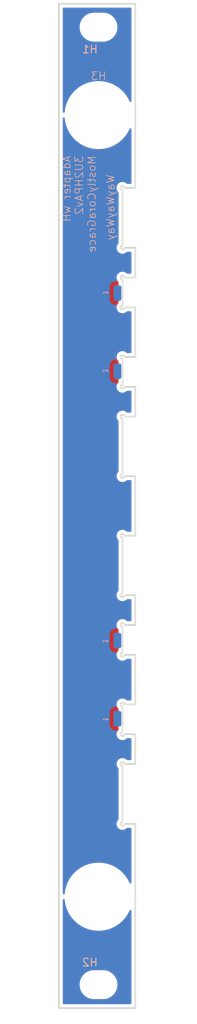
<source format=kicad_pcb>
(kicad_pcb (version 20241229) (generator "pcbnew") (generator_version "9.0")
  (layers (0 "F.Cu" signal) (2 "B.Cu" signal) (13 "F.Paste" user) (15 "B.Paste" user) (5 "F.SilkS" user "F.Silkscreen") (7 "B.SilkS" user "B.Silkscreen") (1 "F.Mask" user) (3 "B.Mask" user) (25 "Edge.Cuts" user))
  (net 0 "")
  (footprint "EXC:Handle_3UM4P100_B" (layer "F.Cu") (at 5.08 16.675)
    (property "Reference" "H3" (at 0 -5 0) (layer "B.SilkS") (effects (font (thickness 0.1)) (justify mirror)))
    (property "Value" "Handle_3UM4P100_PanelMount_B")
    (pad "" np_thru_hole circle (at 0 0) (size 8.2 8.2) (drill 8.2) (layers "*.Cu" "*.Mask"))
    (pad "" np_thru_hole circle (at 0 100) (size 8.2 8.2) (drill 8.2) (layers "*.Cu" "*.Mask"))
  )
  (footprint "EXC:MountingHole_3.2mm_M3" (layer "F.Cu") (at 5.08 127.925)
    (property "Reference" "H2" (at 0 -2.84 0) (layer "B.SilkS") (effects (justify left mirror)))
    (property "Value" "Eurorack_M3_MountingHole")
    (pad "" np_thru_hole oval (at 0 0) (size 4.34 3.2) (drill oval 4.34 3.2) (layers "*.Cu" "*.Mask"))
  )
  (footprint "EXC:MountingHole_3.2mm_M3" (layer "F.Cu") (at 5.08 5.425)
    (property "Reference" "H1" (at 0 2.84 0) (layer "B.SilkS") (effects (justify left mirror)))
    (property "Value" "Eurorack_M3_MountingHole")
    (pad "" np_thru_hole oval (at 0 0) (size 4.34 3.2) (drill oval 4.34 3.2) (layers "*.Cu" "*.Mask"))
  )
  (footprint "EXC:SolderWirePad_1x01_SMD_1x2mm" (layer "B.Cu") (at 7.5 93.9 180)
    (property "Reference" "MP4" (at 1.5 -0.1 0) (layer "B.SilkS") (effects (font (size 0.25 0.25) (thickness 0.05) (bold yes)) (justify mirror)))
    (property "Value" "Mechanical_Pad_Solder_Linkage")
    (pad "1" smd roundrect (at 0 0 180) (size 1 2) (layers "B.Cu" "B.Mask" "B.Paste"))
  )
  (footprint "EXC:SolderWirePad_1x01_SMD_1x2mm" (layer "B.Cu") (at 7.5 49.45 180)
    (property "Reference" "MP2" (at 1.5 0.05 0) (layer "B.SilkS") (effects (font (size 0.25 0.25) (thickness 0.05) (bold yes)) (justify mirror)))
    (property "Value" "Mechanical_Pad_Solder_Linkage")
    (pad "1" smd roundrect (at 0 0 180) (size 1 2) (layers "B.Cu" "B.Mask" "B.Paste"))
  )
  (footprint "EXC:SolderWirePad_1x01_SMD_1x2mm" (layer "B.Cu") (at 7.5 83.9 180)
    (property "Reference" "MP3" (at 1.5 -0.1 0) (layer "B.SilkS") (effects (font (size 0.25 0.25) (thickness 0.05) (bold yes)) (justify mirror)))
    (property "Value" "Mechanical_Pad_Solder_Linkage")
    (pad "1" smd roundrect (at 0 0 180) (size 1 2) (layers "B.Cu" "B.Mask" "B.Paste"))
  )
  (footprint "EXC:SolderWirePad_1x01_SMD_1x2mm" (layer "B.Cu") (at 7.5 39.45 180)
    (property "Reference" "MP1" (at 1.5 0.05 0) (layer "B.SilkS") (effects (font (size 0.25 0.25) (thickness 0.05) (bold yes)) (justify mirror)))
    (property "Value" "Mechanical_Pad_Solder_Linkage")
    (pad "1" smd roundrect (at 0 0 180) (size 1 2) (layers "B.Cu" "B.Mask" "B.Paste"))
  )
  (gr_line (start 8.15 37.715) (end 8.15 41.025) (stroke (width 0.2)) (layer "Edge.Cuts"))
  (gr_arc (start 8.15 37.715) (mid 7.973223 37.288223) (end 8.4 37.465) (stroke (width 0.2)) (layer "Edge.Cuts"))
  (gr_line (start 9.8 33.655) (end 9.8 37.465) (stroke (width 0.2)) (layer "Edge.Cuts"))
  (gr_arc (start 8.4 107.365) (mid 7.973223 107.541777) (end 8.15 107.115) (stroke (width 0.2)) (layer "Edge.Cuts"))
  (gr_line (start 9.8 41.275) (end 9.8 47.625) (stroke (width 0.2)) (layer "Edge.Cuts"))
  (gr_line (start 9.8 85.725) (end 9.8 92.075) (stroke (width 0.2)) (layer "Edge.Cuts"))
  (gr_line (start 8.15 26.235) (end 8.15 33.405) (stroke (width 0.2)) (layer "Edge.Cuts"))
  (gr_line (start 9.8 95.8851) (end 9.8 99.6951) (stroke (width 0.2)) (layer "Edge.Cuts"))
  (gr_line (start 8.4 81.915) (end 9.8 81.915) (stroke (width 0.2)) (layer "Edge.Cuts"))
  (gr_arc (start 8.4 51.435) (mid 7.973223 51.611777) (end 8.15 51.185) (stroke (width 0.2)) (layer "Edge.Cuts"))
  (gr_line (start 8.15 92.325) (end 8.15 95.6351) (stroke (width 0.2)) (layer "Edge.Cuts"))
  (gr_line (start 8.4 99.6951) (end 9.8 99.6951) (stroke (width 0.2)) (layer "Edge.Cuts"))
  (gr_line (start 8.4 70.485) (end 9.8 70.485) (stroke (width 0.2)) (layer "Edge.Cuts"))
  (gr_line (start 8.15 99.9451) (end 8.15 107.115) (stroke (width 0.2)) (layer "Edge.Cuts"))
  (gr_line (start 8.4 62.865) (end 9.8 62.865) (stroke (width 0.2)) (layer "Edge.Cuts"))
  (gr_arc (start 8.15 26.235) (mid 7.973223 25.808223) (end 8.4 25.985) (stroke (width 0.2)) (layer "Edge.Cuts"))
  (gr_arc (start 8.15 55.495) (mid 7.973223 55.068223) (end 8.4 55.245) (stroke (width 0.2)) (layer "Edge.Cuts"))
  (gr_line (start 9.8 62.865) (end 9.8 70.485) (stroke (width 0.2)) (layer "Edge.Cuts"))
  (gr_line (start 8.4 37.465) (end 9.8 37.465) (stroke (width 0.2)) (layer "Edge.Cuts"))
  (gr_line (start 8.15 82.165) (end 8.15 85.475) (stroke (width 0.2)) (layer "Edge.Cuts"))
  (gr_line (start 9.8 78.105) (end 9.8 81.915) (stroke (width 0.2)) (layer "Edge.Cuts"))
  (gr_arc (start 8.15 99.9451) (mid 7.973223 99.518323) (end 8.4 99.6951) (stroke (width 0.2)) (layer "Edge.Cuts"))
  (gr_line (start 8.4 33.655) (end 9.8 33.655) (stroke (width 0.2)) (layer "Edge.Cuts"))
  (gr_line (start 8.4 92.075) (end 9.8 92.075) (stroke (width 0.2)) (layer "Edge.Cuts"))
  (gr_arc (start 8.4 78.105) (mid 7.973223 78.281777) (end 8.15 77.855) (stroke (width 0.2)) (layer "Edge.Cuts"))
  (gr_arc (start 8.4 41.275) (mid 7.973223 41.451777) (end 8.15 41.025) (stroke (width 0.2)) (layer "Edge.Cuts"))
  (gr_line (start 8.4 51.435) (end 9.8 51.435) (stroke (width 0.2)) (layer "Edge.Cuts"))
  (gr_line (start 0 2.425) (end 9.8 2.425) (stroke (width 0.2)) (layer "Edge.Cuts"))
  (gr_line (start 8.4 107.365) (end 9.8 107.365) (stroke (width 0.2)) (layer "Edge.Cuts"))
  (gr_line (start 8.15 47.875) (end 8.15 51.185) (stroke (width 0.2)) (layer "Edge.Cuts"))
  (gr_line (start 8.4 55.245) (end 9.8 55.245) (stroke (width 0.2)) (layer "Edge.Cuts"))
  (gr_line (start 0 130.925) (end 9.8 130.925) (stroke (width 0.2)) (layer "Edge.Cuts"))
  (gr_arc (start 8.15 70.735) (mid 7.973223 70.308223) (end 8.4 70.485) (stroke (width 0.2)) (layer "Edge.Cuts"))
  (gr_line (start 9.8 107.365) (end 9.8 130.925) (stroke (width 0.2)) (layer "Edge.Cuts"))
  (gr_line (start 8.4 78.105) (end 9.8 78.105) (stroke (width 0.2)) (layer "Edge.Cuts"))
  (gr_line (start 8.4 85.725) (end 9.8 85.725) (stroke (width 0.2)) (layer "Edge.Cuts"))
  (gr_arc (start 8.15 92.325) (mid 7.973223 91.898223) (end 8.4 92.075) (stroke (width 0.2)) (layer "Edge.Cuts"))
  (gr_arc (start 8.4 62.865) (mid 7.973223 63.041777) (end 8.15 62.615) (stroke (width 0.2)) (layer "Edge.Cuts"))
  (gr_line (start 8.4 47.625) (end 9.8 47.625) (stroke (width 0.2)) (layer "Edge.Cuts"))
  (gr_line (start 9.8 2.425) (end 9.8 25.985) (stroke (width 0.2)) (layer "Edge.Cuts"))
  (gr_arc (start 8.4 33.655) (mid 7.973223 33.831777) (end 8.15 33.405) (stroke (width 0.2)) (layer "Edge.Cuts"))
  (gr_line (start 8.15 55.495) (end 8.15 62.615) (stroke (width 0.2)) (layer "Edge.Cuts"))
  (gr_arc (start 8.15 82.165) (mid 7.973223 81.738223) (end 8.4 81.915) (stroke (width 0.2)) (layer "Edge.Cuts"))
  (gr_arc (start 8.4 85.725) (mid 7.973223 85.901777) (end 8.15 85.475) (stroke (width 0.2)) (layer "Edge.Cuts"))
  (gr_line (start 8.4 95.8851) (end 9.8 95.8851) (stroke (width 0.2)) (layer "Edge.Cuts"))
  (gr_line (start 8.15 70.735) (end 8.15 77.855) (stroke (width 0.2)) (layer "Edge.Cuts"))
  (gr_arc (start 8.4 95.8851) (mid 7.973223 96.061877) (end 8.15 95.6351) (stroke (width 0.2)) (layer "Edge.Cuts"))
  (gr_line (start 8.4 41.275) (end 9.8 41.275) (stroke (width 0.2)) (layer "Edge.Cuts"))
  (gr_line (start 8.4 25.985) (end 9.8 25.985) (stroke (width 0.2)) (layer "Edge.Cuts"))
  (gr_line (start 0 2.425) (end 0 130.925) (stroke (width 0.2)) (layer "Edge.Cuts"))
  (gr_arc (start 8.15 47.875) (mid 7.973223 47.448223) (end 8.4 47.625) (stroke (width 0.2)) (layer "Edge.Cuts"))
  (gr_line (start 9.8 51.435) (end 9.8 55.245) (stroke (width 0.2)) (layer "Edge.Cuts"))
  (gr_text "WayWayWay" (at 7.2 24.2 90) (layer "B.SilkS") (effects (font (size 1 1) (thickness 0.1)) (justify left bottom mirror)))
  (gr_text "Adapter wH\n3U2HPAv2\nMostlyCoraGrace" (at 4.8 21.8 90) (layer "B.SilkS") (effects (font (size 1 1) (thickness 0.1)) (justify left bottom mirror)))
  (zone (net 0) (net_name "") (layers "F.Cu" "B.Cu") (connect_pads (clearance 0.5)) (min_thickness 0.25) (fill yes (thermal_gap 0.5) (thermal_bridge_width 0.5) (island_removal_mode 1) (island_area_min 10))
    (polygon (pts (xy 0 2.425) (xy 9.8 2.425) (xy 9.8 25.985) (xy 8.15 25.985) (xy 8.15 33.655) (xy 9.8 33.655) (xy 9.8 37.465) (xy 8.15 37.465) (xy 8.15 41.275) (xy 9.8 41.275) (xy 9.8 47.625) (xy 8.15 47.625) (xy 8.15 51.435) (xy 9.8 51.435) (xy 9.8 55.245) (xy 8.15 55.245) (xy 8.15 62.865) (xy 9.8 62.865) (xy 9.8 70.485) (xy 8.15 70.485) (xy 8.15 78.105) (xy 9.8 78.105) (xy 9.8 81.915) (xy 8.15 81.915) (xy 8.15 85.725) (xy 9.8 85.725) (xy 9.8 92.075) (xy 8.15 92.075) (xy 8.15 95.8851) (xy 9.8 95.8851) (xy 9.8 99.6951) (xy 8.15 99.6951) (xy 8.15 107.365) (xy 9.8 107.365) (xy 9.8 130.925) (xy 0 130.925)))
  )
)
</source>
